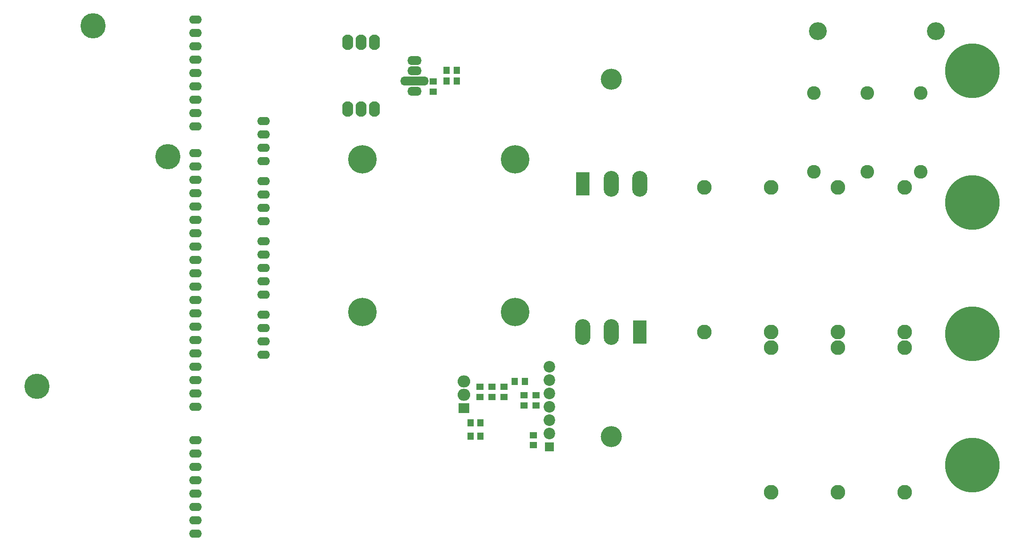
<source format=gbr>
G04 #@! TF.GenerationSoftware,KiCad,Pcbnew,(5.0.0-rc2-39-ga12b9db58)*
G04 #@! TF.CreationDate,2018-05-30T02:33:58-03:00*
G04 #@! TF.ProjectId,Mcc18,4D636331382E6B696361645F70636200,rev?*
G04 #@! TF.SameCoordinates,Original*
G04 #@! TF.FileFunction,Soldermask,Bot*
G04 #@! TF.FilePolarity,Negative*
%FSLAX46Y46*%
G04 Gerber Fmt 4.6, Leading zero omitted, Abs format (unit mm)*
G04 Created by KiCad (PCBNEW (5.0.0-rc2-39-ga12b9db58)) date Wed May 30 02:33:58 2018*
%MOMM*%
%LPD*%
G01*
G04 APERTURE LIST*
%ADD10O,2.100000X2.940000*%
%ADD11O,2.700000X1.700000*%
%ADD12O,5.400000X1.700000*%
%ADD13O,2.400000X1.600000*%
%ADD14O,4.000000X4.000000*%
%ADD15R,2.500000X4.500000*%
%ADD16O,2.900000X4.900000*%
%ADD17C,2.200000*%
%ADD18R,1.800000X1.800000*%
%ADD19C,5.400000*%
%ADD20C,4.800000*%
%ADD21R,1.400000X1.295000*%
%ADD22O,2.400000X2.305000*%
%ADD23R,2.000000X1.905000*%
%ADD24C,2.600000*%
%ADD25R,1.295000X1.400000*%
%ADD26C,2.800000*%
%ADD27C,10.400000*%
%ADD28C,3.400000*%
G04 APERTURE END LIST*
D10*
G04 #@! TO.C,U1*
X123952000Y-49530000D03*
X121412000Y-49530000D03*
X126492000Y-49530000D03*
D11*
X134112000Y-58826400D03*
D12*
X134112000Y-56896000D03*
D11*
X134112000Y-54965600D03*
X134112000Y-53035200D03*
D10*
X126492000Y-62230000D03*
X121412000Y-62230000D03*
X123952000Y-62230000D03*
G04 #@! TD*
D13*
G04 #@! TO.C,U4*
X105410000Y-64516000D03*
X105410000Y-108966000D03*
X105410000Y-106426000D03*
X105410000Y-103886000D03*
X105410000Y-101346000D03*
X105410000Y-97536000D03*
X105410000Y-94996000D03*
X105410000Y-92456000D03*
X105410000Y-89916000D03*
X105410000Y-87376000D03*
X105410000Y-83566000D03*
X105410000Y-81026000D03*
X105410000Y-78486000D03*
X105410000Y-75946000D03*
X105410000Y-72136000D03*
X105410000Y-69596000D03*
X105410000Y-67056000D03*
G04 #@! TD*
D14*
G04 #@! TO.C,Q1*
X171566000Y-124508000D03*
D15*
X177016000Y-104648000D03*
D16*
X171566000Y-104648000D03*
X166116000Y-104648000D03*
G04 #@! TD*
G04 #@! TO.C,D1*
X177016000Y-76454000D03*
X171566000Y-76454000D03*
D15*
X166116000Y-76454000D03*
D14*
X171566000Y-56594000D03*
G04 #@! TD*
D17*
G04 #@! TO.C,U2*
X159766000Y-123952000D03*
D18*
X159766000Y-126492000D03*
D17*
X159766000Y-111252000D03*
X159766000Y-121412000D03*
X159766000Y-118872000D03*
X159766000Y-113792000D03*
X159766000Y-116332000D03*
G04 #@! TD*
D19*
G04 #@! TO.C,L1*
X124206000Y-100838000D03*
X124206000Y-71755000D03*
X153289000Y-100838000D03*
X153289000Y-71755000D03*
G04 #@! TD*
D20*
G04 #@! TO.C,U5*
X62357000Y-114934000D03*
X73025000Y-46355000D03*
X87225274Y-71247000D03*
D13*
X92456000Y-45212000D03*
X92456000Y-47752000D03*
X92456000Y-50292000D03*
X92456000Y-52832000D03*
X92456000Y-55372000D03*
X92456000Y-57912000D03*
X92456000Y-60452000D03*
X92456000Y-62992000D03*
X92456000Y-65532000D03*
X92456000Y-70612000D03*
X92456000Y-73152000D03*
X92456000Y-75692000D03*
X92456000Y-78232000D03*
X92456000Y-80772000D03*
X92456000Y-83312000D03*
X92456000Y-85852000D03*
X92456000Y-88392000D03*
X92456000Y-90932000D03*
X92456000Y-93472000D03*
X92456000Y-96012000D03*
X92456000Y-98552000D03*
X92456000Y-101092000D03*
X92456000Y-103632000D03*
X92456000Y-106172000D03*
X92456000Y-108712000D03*
X92456000Y-111252000D03*
X92456000Y-113792000D03*
X92456000Y-116332000D03*
X92456000Y-118872000D03*
X92456000Y-125222000D03*
X92456000Y-127762000D03*
X92456000Y-130302000D03*
X92456000Y-132842000D03*
X92456000Y-135382000D03*
X92456000Y-137922000D03*
X92456000Y-140462000D03*
X92456000Y-143002000D03*
G04 #@! TD*
D21*
G04 #@! TO.C,C4*
X146558000Y-115062000D03*
X146558000Y-116997000D03*
G04 #@! TD*
D22*
G04 #@! TO.C,U3*
X143510000Y-114046000D03*
X143510000Y-116586000D03*
D23*
X143510000Y-119126000D03*
G04 #@! TD*
D24*
G04 #@! TO.C,Ci2*
X220218000Y-74182000D03*
X220218000Y-59182000D03*
G04 #@! TD*
G04 #@! TO.C,Ci1*
X230378000Y-74182000D03*
X230378000Y-59182000D03*
G04 #@! TD*
G04 #@! TO.C,Ci3*
X210058000Y-74182000D03*
X210058000Y-59182000D03*
G04 #@! TD*
D25*
G04 #@! TO.C,L3*
X155145500Y-114046000D03*
X153210500Y-114046000D03*
G04 #@! TD*
D21*
G04 #@! TO.C,C5*
X148844000Y-116997000D03*
X148844000Y-115062000D03*
G04 #@! TD*
D25*
G04 #@! TO.C,C2*
X144780000Y-124460000D03*
X146715000Y-124460000D03*
G04 #@! TD*
D21*
G04 #@! TO.C,C10*
X154940000Y-118618000D03*
X154940000Y-116683000D03*
G04 #@! TD*
G04 #@! TO.C,C8*
X151130000Y-115062000D03*
X151130000Y-116997000D03*
G04 #@! TD*
G04 #@! TO.C,C9*
X157226000Y-118618000D03*
X157226000Y-116683000D03*
G04 #@! TD*
G04 #@! TO.C,C1*
X137668000Y-58928000D03*
X137668000Y-56993000D03*
G04 #@! TD*
D25*
G04 #@! TO.C,C3*
X146715000Y-121920000D03*
X144780000Y-121920000D03*
G04 #@! TD*
D26*
G04 #@! TO.C,Co2*
X214630000Y-107628000D03*
X214630000Y-135128000D03*
G04 #@! TD*
G04 #@! TO.C,Cc1*
X227330000Y-104648000D03*
X227330000Y-77148000D03*
G04 #@! TD*
G04 #@! TO.C,Cc2*
X214630000Y-77148000D03*
X214630000Y-104648000D03*
G04 #@! TD*
G04 #@! TO.C,Cc3*
X201930000Y-104648000D03*
X201930000Y-77148000D03*
G04 #@! TD*
G04 #@! TO.C,Co1*
X227330000Y-107628000D03*
X227330000Y-135128000D03*
G04 #@! TD*
G04 #@! TO.C,Cc4*
X189230000Y-104648000D03*
X189230000Y-77148000D03*
G04 #@! TD*
G04 #@! TO.C,Co3*
X201930000Y-107628000D03*
X201930000Y-135128000D03*
G04 #@! TD*
D27*
G04 #@! TO.C,Screw4*
X240202000Y-129972000D03*
G04 #@! TD*
G04 #@! TO.C,Screw3*
X240202000Y-104972000D03*
G04 #@! TD*
G04 #@! TO.C,Screw2*
X240202000Y-79972000D03*
G04 #@! TD*
G04 #@! TO.C,Screw1*
X240202000Y-54972000D03*
G04 #@! TD*
D28*
G04 #@! TO.C,F1*
X233273600Y-47371000D03*
X210820000Y-47371000D03*
G04 #@! TD*
D21*
G04 #@! TO.C,R1*
X156718000Y-126189500D03*
X156718000Y-124254500D03*
G04 #@! TD*
D25*
G04 #@! TO.C,R105*
X142191500Y-54864000D03*
X140256500Y-54864000D03*
G04 #@! TD*
G04 #@! TO.C,R106*
X140256500Y-56896000D03*
X142191500Y-56896000D03*
G04 #@! TD*
M02*

</source>
